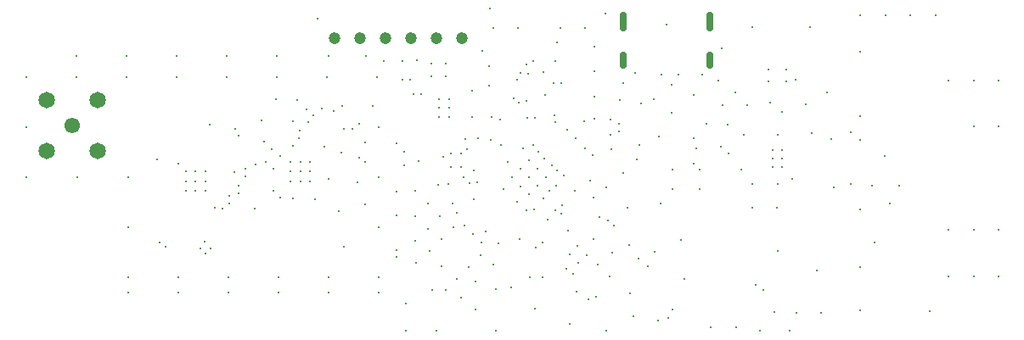
<source format=gbr>
%TF.GenerationSoftware,KiCad,Pcbnew,9.0.2+1*%
%TF.CreationDate,2025-05-31T23:41:08+01:00*%
%TF.ProjectId,OBC,4f42432e-6b69-4636-9164-5f7063625858,rev?*%
%TF.SameCoordinates,Original*%
%TF.FileFunction,Plated,1,4,PTH,Mixed*%
%TF.FilePolarity,Positive*%
%FSLAX46Y46*%
G04 Gerber Fmt 4.6, Leading zero omitted, Abs format (unit mm)*
G04 Created by KiCad (PCBNEW 9.0.2+1) date 2025-05-31 23:41:08*
%MOMM*%
%LPD*%
G01*
G04 APERTURE LIST*
%TA.AperFunction,ViaDrill*%
%ADD10C,0.200000*%
%TD*%
%TA.AperFunction,ViaDrill*%
%ADD11C,0.250000*%
%TD*%
%TA.AperFunction,ViaDrill*%
%ADD12C,0.300000*%
%TD*%
G04 aperture for slot hole*
%TA.AperFunction,ComponentDrill*%
%ADD13C,0.650000*%
%TD*%
%TA.AperFunction,ComponentDrill*%
%ADD14C,1.193800*%
%TD*%
%TA.AperFunction,ComponentDrill*%
%ADD15C,1.550000*%
%TD*%
%TA.AperFunction,ComponentDrill*%
%ADD16C,1.650000*%
%TD*%
G04 APERTURE END LIST*
D10*
X114080000Y-82567001D03*
X114350000Y-90875000D03*
X114956463Y-91283537D03*
X116200000Y-83000000D03*
X116943544Y-83759689D03*
X116943544Y-84734845D03*
X116943544Y-85710000D03*
X117912260Y-83759689D03*
X117912260Y-84734845D03*
X117912260Y-85710000D03*
X118368639Y-91411353D03*
X118812801Y-90787199D03*
X118880000Y-91960000D03*
X118880975Y-83759689D03*
X118880975Y-84734845D03*
X118880975Y-85710000D03*
X119351502Y-79092162D03*
X119400000Y-91400000D03*
X119880000Y-87360000D03*
X120636423Y-87419386D03*
X121280000Y-86200000D03*
X121280939Y-86952089D03*
X121748988Y-83835746D03*
X121882855Y-79449951D03*
X122178642Y-80166188D03*
X122230000Y-85160000D03*
X122232416Y-85909998D03*
X122844537Y-84250870D03*
X122850391Y-83500891D03*
X123800000Y-87423600D03*
X123880000Y-83010000D03*
X124460000Y-78650000D03*
X124780000Y-80760000D03*
X124900000Y-82800000D03*
X125500000Y-81500000D03*
X125680000Y-83491877D03*
X125700000Y-85700000D03*
X125900000Y-76500000D03*
X126330000Y-86310000D03*
X126380000Y-82160000D03*
X127396284Y-82764844D03*
X127396284Y-83740000D03*
X127396284Y-84715155D03*
X127599908Y-78717074D03*
X127615822Y-86437078D03*
X127615823Y-81160000D03*
X128060000Y-76590000D03*
X128251323Y-80420000D03*
X128365000Y-82764844D03*
X128365000Y-83740000D03*
X128365000Y-84715155D03*
X128966195Y-77516195D03*
X129333715Y-82764844D03*
X129333715Y-83740000D03*
X129333715Y-84715155D03*
X129700000Y-78150000D03*
X129825824Y-86474176D03*
X130528695Y-77488695D03*
X130750000Y-81250000D03*
X131161524Y-84487077D03*
X131721635Y-77681685D03*
X132205825Y-87694175D03*
X132438406Y-81889489D03*
X132510000Y-77216685D03*
X132700000Y-91250000D03*
X132725000Y-79485000D03*
X133590000Y-79470000D03*
X134021423Y-84839083D03*
X134216000Y-82400000D03*
X134220000Y-78970000D03*
X134825000Y-80800000D03*
X134831681Y-82828300D03*
X135580000Y-77216685D03*
X136680799Y-72709999D03*
X137940000Y-80900000D03*
X137955720Y-88142763D03*
X137957116Y-85717782D03*
X137958882Y-91560295D03*
X137980000Y-92310000D03*
X138529999Y-74609999D03*
X138580799Y-72709999D03*
X138680000Y-81760000D03*
X138680000Y-83160000D03*
X139300000Y-74600000D03*
X139626160Y-76004123D03*
X140000000Y-72600000D03*
X140131195Y-82718805D03*
X140380000Y-76010000D03*
X141220443Y-91689409D03*
X141400000Y-72975000D03*
X141400000Y-74275000D03*
X141530000Y-95610000D03*
X142100000Y-85100000D03*
X142230000Y-76510000D03*
X142230000Y-77385000D03*
X142230000Y-78260000D03*
X142410148Y-90499704D03*
X142480000Y-93210000D03*
X142580000Y-82310000D03*
X142880000Y-72960000D03*
X142880000Y-74260000D03*
X143080000Y-85010000D03*
X143180000Y-76510000D03*
X143180000Y-77385000D03*
X143180000Y-78260000D03*
X143350000Y-83295000D03*
X143375000Y-81975000D03*
X143599853Y-89309999D03*
X143930000Y-87860000D03*
X143990295Y-94499705D03*
X144360710Y-81949994D03*
X144400000Y-83295000D03*
X144630000Y-84310000D03*
X144710000Y-89130000D03*
X144780000Y-80510000D03*
X144980000Y-81510000D03*
X145180000Y-93310000D03*
X145200000Y-84900000D03*
X145480000Y-75660000D03*
X145500000Y-78300000D03*
X145600000Y-90000000D03*
X145675000Y-83600000D03*
X146030000Y-84810000D03*
X146080000Y-80410000D03*
X146369705Y-92120295D03*
X146399999Y-90799999D03*
X146550000Y-71700000D03*
X146880000Y-89710000D03*
X147200000Y-73250000D03*
X147200000Y-75150000D03*
X147300000Y-67500000D03*
X147330000Y-80610000D03*
X147450000Y-78300000D03*
X147880001Y-95488400D03*
X148150000Y-90950000D03*
X148256655Y-78525000D03*
X148380000Y-81060000D03*
X148620000Y-85460000D03*
X149030000Y-82810000D03*
X149370001Y-95288400D03*
X149480000Y-84310000D03*
X149655341Y-76410000D03*
X149980000Y-86760000D03*
X150000000Y-74610000D03*
X150135620Y-76842796D03*
X150200000Y-90500000D03*
X150280000Y-73910000D03*
X150280000Y-85210000D03*
X150330000Y-83460000D03*
X150580000Y-81410000D03*
X150880000Y-76710000D03*
X150900000Y-87600000D03*
X150930000Y-73060000D03*
X150997131Y-78351401D03*
X151100000Y-74000000D03*
X151180000Y-82610000D03*
X151180000Y-84310000D03*
X151180000Y-86010000D03*
X151282057Y-94309699D03*
X151600000Y-72700000D03*
X151620000Y-81130000D03*
X151680000Y-87510000D03*
X151748231Y-78410000D03*
X151750000Y-97450000D03*
X151880000Y-91360000D03*
X152030000Y-83460000D03*
X152030000Y-85160000D03*
X152125000Y-81810000D03*
X152480000Y-90860000D03*
X152540084Y-94309699D03*
X152600000Y-86400000D03*
X152625149Y-73845149D03*
X152650000Y-82410000D03*
X152770000Y-76090000D03*
X152880000Y-84310000D03*
X153000000Y-88520000D03*
X153195000Y-85700000D03*
X153410000Y-83150000D03*
X153622255Y-74897724D03*
X153700000Y-78100000D03*
X153750000Y-72700000D03*
X153761561Y-87630000D03*
X153860000Y-85120000D03*
X153930000Y-70860000D03*
X153983752Y-83647688D03*
X154380000Y-74910000D03*
X154410000Y-87980000D03*
X154500000Y-87100000D03*
X154600000Y-84120000D03*
X154860000Y-93490000D03*
X154987844Y-79602156D03*
X155080000Y-89610000D03*
X155250000Y-92000000D03*
X155740000Y-85670000D03*
X155780243Y-80394555D03*
X155880000Y-95710000D03*
X156020000Y-91190000D03*
X156100000Y-92840000D03*
X156700000Y-78700000D03*
X156790000Y-81404312D03*
X156915000Y-92084999D03*
X157100000Y-96500000D03*
X157280000Y-84610000D03*
X157487844Y-82102156D03*
X157623227Y-86356773D03*
X157630000Y-90460000D03*
X157700000Y-78500000D03*
X157830000Y-96260000D03*
X158031195Y-93018805D03*
X158150000Y-88275000D03*
X158830000Y-99660000D03*
X158900000Y-85300000D03*
X159070848Y-88610778D03*
X159200000Y-94200000D03*
X159325000Y-78525000D03*
X159325000Y-80075000D03*
X159350000Y-81500000D03*
X159500888Y-91809112D03*
X159620000Y-89140000D03*
X160180000Y-78950418D03*
X160180000Y-79740000D03*
X160230000Y-76610000D03*
X160550000Y-74950000D03*
X160550000Y-83850000D03*
X160950000Y-87400000D03*
X161130000Y-91110000D03*
X161250000Y-95925000D03*
X161550000Y-98170000D03*
X161789250Y-73900750D03*
X161900000Y-82500000D03*
X162088878Y-92455560D03*
X162335000Y-76985000D03*
X163000000Y-93210000D03*
X163570000Y-76520000D03*
X163700000Y-91800000D03*
X164150000Y-80250000D03*
X164300000Y-86900000D03*
X164400000Y-74100000D03*
X165390000Y-75110000D03*
X165390000Y-77860000D03*
X166100000Y-74100000D03*
X166700000Y-94500000D03*
X167600000Y-82970343D03*
X167850000Y-81400000D03*
X168422799Y-74077201D03*
X170050000Y-74650000D03*
X170275000Y-81225000D03*
X170400000Y-71450000D03*
X171080000Y-81970744D03*
X171780000Y-75860000D03*
X172600000Y-80075000D03*
X173400000Y-69300000D03*
X173800000Y-95067500D03*
X174200000Y-99600000D03*
X174550000Y-95610000D03*
X175070000Y-73600000D03*
X175070000Y-74750000D03*
X175180000Y-76860000D03*
X175480000Y-81610000D03*
X175480000Y-82460000D03*
X175480000Y-83310000D03*
X175950000Y-80100000D03*
X176000000Y-91700000D03*
X176380000Y-81610000D03*
X176380000Y-82460000D03*
X176380000Y-83310000D03*
X176400000Y-77800000D03*
X176850000Y-73600000D03*
X176850000Y-74750000D03*
X177150000Y-99600000D03*
X177390000Y-84480000D03*
X178800000Y-77050000D03*
X179200000Y-69300000D03*
X179400000Y-79925000D03*
X180880000Y-75860000D03*
X181300000Y-80500000D03*
X181600000Y-85300000D03*
X184200000Y-80550000D03*
X184200000Y-87500000D03*
X184200000Y-93250000D03*
X184200000Y-97600000D03*
X185600000Y-90800000D03*
X188093252Y-85193252D03*
X191100000Y-97700000D03*
D11*
X128292780Y-79628650D03*
X129119711Y-78771932D03*
X138900000Y-96900000D03*
X138900000Y-99600000D03*
X139800000Y-85700000D03*
X139800000Y-88200000D03*
X139800000Y-90700000D03*
X139900000Y-92900000D03*
X141050000Y-86950000D03*
X141050000Y-89450000D03*
X141900000Y-99600000D03*
X142300000Y-88200000D03*
X142900000Y-95600000D03*
X143550000Y-86950000D03*
X144400000Y-96350000D03*
X145625000Y-86525000D03*
X145830000Y-97560000D03*
X145862234Y-94767767D03*
X147575000Y-69375000D03*
X147630001Y-93000000D03*
X147900000Y-99600000D03*
X150075000Y-69375000D03*
X153800000Y-78849847D03*
X154275000Y-69375000D03*
X155530000Y-93960000D03*
X156775000Y-69375000D03*
X157700000Y-71250000D03*
X157700000Y-73750000D03*
X157700000Y-76250000D03*
X163995000Y-98610000D03*
X165070000Y-98385000D03*
X165450000Y-83550000D03*
X165495000Y-97510000D03*
X166300000Y-90600000D03*
X167600000Y-76100000D03*
X168195000Y-83550000D03*
X168864442Y-79014143D03*
X169300000Y-99300000D03*
X170450000Y-77150800D03*
X171014442Y-79039143D03*
X171800000Y-99300000D03*
X172300000Y-83550000D03*
X172950000Y-77150800D03*
X173404400Y-87340000D03*
X173450000Y-85000000D03*
X175904400Y-87340000D03*
X175950000Y-85000000D03*
X177800000Y-97900000D03*
X179837125Y-93634387D03*
X180300000Y-97900000D03*
X184200000Y-68100000D03*
X184200000Y-71750000D03*
X184200000Y-78250000D03*
X185400000Y-85200000D03*
X186700000Y-68100000D03*
X187167767Y-86967767D03*
X189200000Y-68100000D03*
X191700000Y-68100000D03*
X193000000Y-89600000D03*
X193000000Y-94200000D03*
X193000007Y-74699234D03*
X195500000Y-74700000D03*
X195500000Y-89600000D03*
X195500000Y-94200000D03*
X195500007Y-79209099D03*
X198000000Y-74700000D03*
X198000000Y-79209865D03*
X198000000Y-89600000D03*
X198000000Y-94200000D03*
D12*
X101000000Y-74340000D03*
X101000000Y-79310000D03*
X101000000Y-84310000D03*
X106000000Y-72200000D03*
X106000000Y-74340000D03*
X106090000Y-84311231D03*
X111000000Y-72200000D03*
X111000000Y-74340000D03*
X111172762Y-94310589D03*
X111175000Y-95800000D03*
X111180000Y-84310000D03*
X111180000Y-89310000D03*
X116000000Y-72200000D03*
X116000000Y-74340000D03*
X116180000Y-94310000D03*
X116180000Y-95800000D03*
X121000000Y-72200000D03*
X121000000Y-74340000D03*
X121180000Y-94310000D03*
X121180000Y-95800000D03*
X126000000Y-72200000D03*
X126000000Y-74340000D03*
X126180000Y-94310000D03*
X126180000Y-95800000D03*
X130100000Y-68500000D03*
X131000000Y-74340000D03*
X131180000Y-94310000D03*
X131180000Y-95800000D03*
X131200000Y-72200000D03*
X134825000Y-87055580D03*
X134875000Y-72200000D03*
X136000000Y-74340000D03*
X136180000Y-79300000D03*
X136180000Y-84310000D03*
X136180000Y-89310000D03*
X136180000Y-94310000D03*
X136180000Y-95800000D03*
X155200000Y-99000000D03*
X158800000Y-68000000D03*
X162180000Y-81110000D03*
X164900000Y-69100000D03*
X165450000Y-85460000D03*
X167600000Y-80390000D03*
X168195000Y-85460000D03*
X175655000Y-97770000D03*
X177780000Y-74560000D03*
X183280000Y-79810000D03*
X183280000Y-85010000D03*
X186644351Y-82224351D03*
D13*
%TO.C,J6*%
X160569250Y-68122500D02*
X160569250Y-69422500D01*
X160569250Y-72097500D02*
X160569250Y-73097500D01*
X169209250Y-68122500D02*
X169209250Y-69422500D01*
X169209250Y-72097500D02*
X169209250Y-73097500D01*
D14*
%TO.C,J1*%
X131780000Y-70410000D03*
X134320000Y-70410000D03*
X136860000Y-70410000D03*
X139400000Y-70410000D03*
X141940000Y-70410000D03*
X144480000Y-70410000D03*
D15*
%TO.C,J4*%
X105600000Y-79140000D03*
D16*
X103060000Y-76600000D03*
X103060000Y-81680000D03*
X108140000Y-76600000D03*
X108140000Y-81680000D03*
M02*

</source>
